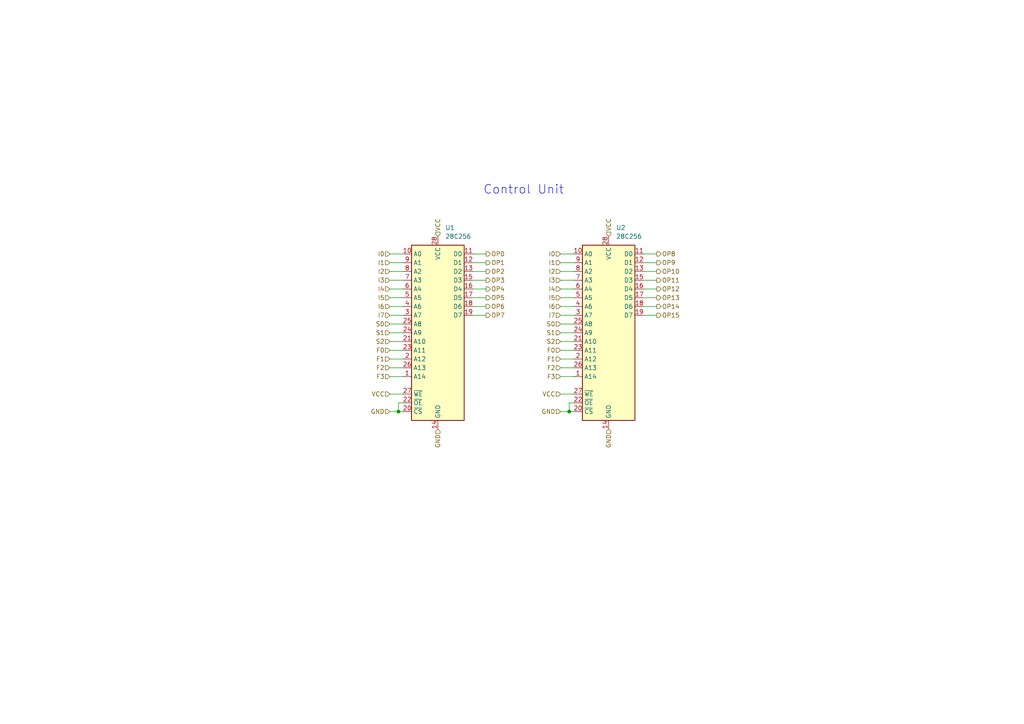
<source format=kicad_sch>
(kicad_sch (version 20250114) (generator "eeschema") (generator_version "9.0")
  (paper "A4")
  (title_block (title "Control Unit") (date "2025-11-15") (rev "1.0") (company "Marco Vettigli"))
  (lib_symbols
    (symbol "Memory_EEPROM:28C256"
      (property "Reference" "U" (at -7.62 26.67 0))
      (property "Value" "28C256" (at 2.54 -26.67 0))
      (symbol "28C256_1_1"
        (rectangle (start -7.62 25.4) (end 7.62 -25.4) (stroke (width 0.254)) (fill (type background)))
        (pin input line (at -10.16 22.86 0) (length 2.54) (name "A0") (number "10"))
        (pin input line (at -10.16 20.32 0) (length 2.54) (name "A1") (number "9"))
        (pin input line (at -10.16 17.78 0) (length 2.54) (name "A2") (number "8"))
        (pin input line (at -10.16 15.24 0) (length 2.54) (name "A3") (number "7"))
        (pin input line (at -10.16 12.7 0) (length 2.54) (name "A4") (number "6"))
        (pin input line (at -10.16 10.16 0) (length 2.54) (name "A5") (number "5"))
        (pin input line (at -10.16 7.62 0) (length 2.54) (name "A6") (number "4"))
        (pin input line (at -10.16 5.08 0) (length 2.54) (name "A7") (number "3"))
        (pin input line (at -10.16 2.54 0) (length 2.54) (name "A8") (number "25"))
        (pin input line (at -10.16 0 0) (length 2.54) (name "A9") (number "24"))
        (pin input line (at -10.16 -2.54 0) (length 2.54) (name "A10") (number "21"))
        (pin input line (at -10.16 -5.08 0) (length 2.54) (name "A11") (number "23"))
        (pin input line (at -10.16 -7.62 0) (length 2.54) (name "A12") (number "2"))
        (pin input line (at -10.16 -10.16 0) (length 2.54) (name "A13") (number "26"))
        (pin input line (at -10.16 -12.7 0) (length 2.54) (name "A14") (number "1"))
        (pin input line (at -10.16 -17.78 0) (length 2.54) (name "~{WE}") (number "27"))
        (pin input line (at -10.16 -20.32 0) (length 2.54) (name "~{OE}") (number "22"))
        (pin input line (at -10.16 -22.86 0) (length 2.54) (name "~{CS}") (number "20"))
        (pin power_in line (at 0 27.94 270) (length 2.54) (name "VCC") (number "28"))
        (pin power_in line (at 0 -27.94 90) (length 2.54) (name "GND") (number "14"))
        (pin tri_state line (at 10.16 22.86 180) (length 2.54) (name "D0") (number "11"))
        (pin tri_state line (at 10.16 20.32 180) (length 2.54) (name "D1") (number "12"))
        (pin tri_state line (at 10.16 17.78 180) (length 2.54) (name "D2") (number "13"))
        (pin tri_state line (at 10.16 15.24 180) (length 2.54) (name "D3") (number "15"))
        (pin tri_state line (at 10.16 12.7 180) (length 2.54) (name "D4") (number "16"))
        (pin tri_state line (at 10.16 10.16 180) (length 2.54) (name "D5") (number "17"))
        (pin tri_state line (at 10.16 7.62 180) (length 2.54) (name "D6") (number "18"))
        (pin tri_state line (at 10.16 5.08 180) (length 2.54) (name "D7") (number "19"))
      )
    )
  )
  (text "Control Unit" (at 151.892 55.118 0) (effects (font (size 2.54 2.54))))
  (junction (at 115.57 119.38))
  (junction (at 165.1 119.38))
  (wire (pts (xy 162.56 96.52) (xy 166.37 96.52)))
  (wire (pts (xy 137.16 81.28) (xy 140.97 81.28)))
  (wire (pts (xy 165.1 119.38) (xy 166.37 119.38)))
  (wire (pts (xy 186.69 91.44) (xy 190.5 91.44)))
  (wire (pts (xy 162.56 81.28) (xy 166.37 81.28)))
  (wire (pts (xy 137.16 91.44) (xy 140.97 91.44)))
  (wire (pts (xy 113.03 99.06) (xy 116.84 99.06)))
  (wire (pts (xy 115.57 116.84) (xy 115.57 119.38)))
  (wire (pts (xy 113.03 91.44) (xy 116.84 91.44)))
  (wire (pts (xy 186.69 83.82) (xy 190.5 83.82)))
  (wire (pts (xy 113.03 83.82) (xy 116.84 83.82)))
  (wire (pts (xy 113.03 106.68) (xy 116.84 106.68)))
  (wire (pts (xy 113.03 114.3) (xy 116.84 114.3)))
  (wire (pts (xy 162.56 86.36) (xy 166.37 86.36)))
  (wire (pts (xy 162.56 76.2) (xy 166.37 76.2)))
  (wire (pts (xy 113.03 86.36) (xy 116.84 86.36)))
  (wire (pts (xy 113.03 101.6) (xy 116.84 101.6)))
  (wire (pts (xy 113.03 88.9) (xy 116.84 88.9)))
  (wire (pts (xy 137.16 78.74) (xy 140.97 78.74)))
  (wire (pts (xy 162.56 78.74) (xy 166.37 78.74)))
  (wire (pts (xy 137.16 88.9) (xy 140.97 88.9)))
  (wire (pts (xy 186.69 73.66) (xy 190.5 73.66)))
  (wire (pts (xy 137.16 83.82) (xy 140.97 83.82)))
  (wire (pts (xy 162.56 73.66) (xy 166.37 73.66)))
  (wire (pts (xy 186.69 81.28) (xy 190.5 81.28)))
  (wire (pts (xy 137.16 86.36) (xy 140.97 86.36)))
  (wire (pts (xy 162.56 104.14) (xy 166.37 104.14)))
  (wire (pts (xy 186.69 86.36) (xy 190.5 86.36)))
  (wire (pts (xy 162.56 91.44) (xy 166.37 91.44)))
  (wire (pts (xy 116.84 116.84) (xy 115.57 116.84)))
  (wire (pts (xy 165.1 116.84) (xy 165.1 119.38)))
  (wire (pts (xy 162.56 101.6) (xy 166.37 101.6)))
  (wire (pts (xy 162.56 99.06) (xy 166.37 99.06)))
  (wire (pts (xy 162.56 119.38) (xy 165.1 119.38)))
  (wire (pts (xy 162.56 106.68) (xy 166.37 106.68)))
  (wire (pts (xy 113.03 73.66) (xy 116.84 73.66)))
  (wire (pts (xy 162.56 109.22) (xy 166.37 109.22)))
  (wire (pts (xy 113.03 104.14) (xy 116.84 104.14)))
  (wire (pts (xy 137.16 76.2) (xy 140.97 76.2)))
  (wire (pts (xy 137.16 73.66) (xy 140.97 73.66)))
  (wire (pts (xy 166.37 116.84) (xy 165.1 116.84)))
  (wire (pts (xy 162.56 93.98) (xy 166.37 93.98)))
  (wire (pts (xy 113.03 93.98) (xy 116.84 93.98)))
  (wire (pts (xy 113.03 78.74) (xy 116.84 78.74)))
  (wire (pts (xy 115.57 119.38) (xy 116.84 119.38)))
  (wire (pts (xy 162.56 114.3) (xy 166.37 114.3)))
  (wire (pts (xy 186.69 88.9) (xy 190.5 88.9)))
  (wire (pts (xy 113.03 81.28) (xy 116.84 81.28)))
  (wire (pts (xy 186.69 78.74) (xy 190.5 78.74)))
  (wire (pts (xy 113.03 119.38) (xy 115.57 119.38)))
  (wire (pts (xy 162.56 88.9) (xy 166.37 88.9)))
  (wire (pts (xy 113.03 76.2) (xy 116.84 76.2)))
  (wire (pts (xy 113.03 109.22) (xy 116.84 109.22)))
  (wire (pts (xy 186.69 76.2) (xy 190.5 76.2)))
  (wire (pts (xy 162.56 83.82) (xy 166.37 83.82)))
  (wire (pts (xy 113.03 96.52) (xy 116.84 96.52)))
  (hierarchical_label "I5" (shape input) (at 162.56 86.36 180))
  (hierarchical_label "I1" (shape input) (at 113.03 76.2 180))
  (hierarchical_label "S0" (shape input) (at 162.56 93.98 180))
  (hierarchical_label "I0" (shape input) (at 162.56 73.66 180))
  (hierarchical_label "I6" (shape input) (at 113.03 88.9 180))
  (hierarchical_label "I3" (shape input) (at 113.03 81.28 180))
  (hierarchical_label "OP11" (shape output) (at 190.5 81.28 0))
  (hierarchical_label "VCC" (shape input) (at 127 68.58 90))
  (hierarchical_label "OP13" (shape output) (at 190.5 86.36 0))
  (hierarchical_label "I7" (shape input) (at 162.56 91.44 180))
  (hierarchical_label "OP1" (shape output) (at 140.97 76.2 0))
  (hierarchical_label "OP7" (shape output) (at 140.97 91.44 0))
  (hierarchical_label "F3" (shape input) (at 162.56 109.22 180))
  (hierarchical_label "OP9" (shape output) (at 190.5 76.2 0))
  (hierarchical_label "I0" (shape input) (at 113.03 73.66 180))
  (hierarchical_label "F0" (shape input) (at 113.03 101.6 180))
  (hierarchical_label "S2" (shape input) (at 162.56 99.06 180))
  (hierarchical_label "I7" (shape input) (at 113.03 91.44 180))
  (hierarchical_label "GND" (shape input) (at 113.03 119.38 180))
  (hierarchical_label "F3" (shape input) (at 113.03 109.22 180))
  (hierarchical_label "OP8" (shape output) (at 190.5 73.66 0))
  (hierarchical_label "S1" (shape input) (at 162.56 96.52 180))
  (hierarchical_label "OP2" (shape output) (at 140.97 78.74 0))
  (hierarchical_label "OP12" (shape output) (at 190.5 83.82 0))
  (hierarchical_label "I2" (shape input) (at 113.03 78.74 180))
  (hierarchical_label "I3" (shape input) (at 162.56 81.28 180))
  (hierarchical_label "VCC" (shape input) (at 162.56 114.3 180))
  (hierarchical_label "I2" (shape input) (at 162.56 78.74 180))
  (hierarchical_label "OP3" (shape output) (at 140.97 81.28 0))
  (hierarchical_label "OP15" (shape output) (at 190.5 91.44 0))
  (hierarchical_label "S0" (shape input) (at 113.03 93.98 180))
  (hierarchical_label "GND" (shape input) (at 176.53 124.46 270))
  (hierarchical_label "VCC" (shape input) (at 113.03 114.3 180))
  (hierarchical_label "OP0" (shape output) (at 140.97 73.66 0))
  (hierarchical_label "GND" (shape input) (at 127 124.46 270))
  (hierarchical_label "OP14" (shape output) (at 190.5 88.9 0))
  (hierarchical_label "I4" (shape input) (at 113.03 83.82 180))
  (hierarchical_label "S2" (shape input) (at 113.03 99.06 180))
  (hierarchical_label "S1" (shape input) (at 113.03 96.52 180))
  (hierarchical_label "OP6" (shape output) (at 140.97 88.9 0))
  (hierarchical_label "F1" (shape input) (at 113.03 104.14 180))
  (hierarchical_label "I5" (shape input) (at 113.03 86.36 180))
  (hierarchical_label "F1" (shape input) (at 162.56 104.14 180))
  (hierarchical_label "F0" (shape input) (at 162.56 101.6 180))
  (hierarchical_label "I6" (shape input) (at 162.56 88.9 180))
  (hierarchical_label "VCC" (shape input) (at 176.53 68.58 90))
  (hierarchical_label "GND" (shape input) (at 162.56 119.38 180))
  (hierarchical_label "OP5" (shape output) (at 140.97 86.36 0))
  (hierarchical_label "F2" (shape input) (at 113.03 106.68 180))
  (hierarchical_label "OP10" (shape output) (at 190.5 78.74 0))
  (hierarchical_label "I1" (shape input) (at 162.56 76.2 180))
  (hierarchical_label "I4" (shape input) (at 162.56 83.82 180))
  (hierarchical_label "OP4" (shape output) (at 140.97 83.82 0))
  (hierarchical_label "F2" (shape input) (at 162.56 106.68 180))
  (symbol (lib_id "Memory_EEPROM:28C256") (at 127 96.52 0) (unit 1)
    (property "Reference" "U1" (at 129.1433 66.04 0) (effects (justify left)))
    (property "Value" "28C256" (at 129.1433 68.58 0) (effects (justify left)))
    (property "Footprint" "Package_DIP:DIP-28_W15.24mm" (effects (hide yes)))
    (property "Datasheet" "http://ww1.microchip.com/downloads/en/DeviceDoc/doc0006.pdf" (effects (hide yes)))
    (property "Description" "Paged Parallel EEPROM 256Kb (32K x 8), DIP-28/SOIC-28" (effects (hide yes)))
  )
  (symbol (lib_id "Memory_EEPROM:28C256") (at 176.53 96.52 0) (unit 1)
    (property "Reference" "U2" (at 178.6733 66.04 0) (effects (justify left)))
    (property "Value" "28C256" (at 178.6733 68.58 0) (effects (justify left)))
    (property "Footprint" "Package_DIP:DIP-28_W15.24mm" (effects (hide yes)))
    (property "Datasheet" "http://ww1.microchip.com/downloads/en/DeviceDoc/doc0006.pdf" (effects (hide yes)))
    (property "Description" "Paged Parallel EEPROM 256Kb (32K x 8), DIP-28/SOIC-28" (effects (hide yes)))
  )
)
</source>
